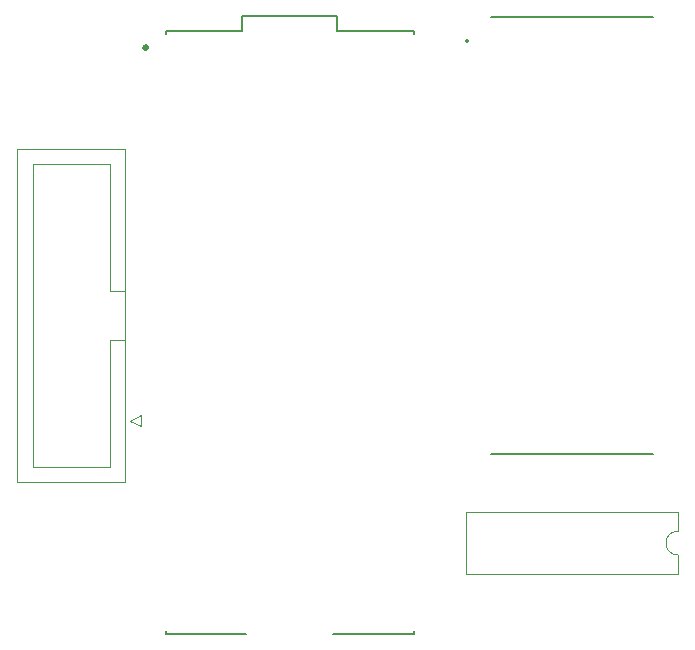
<source format=gto>
G04 #@! TF.GenerationSoftware,KiCad,Pcbnew,8.0.0*
G04 #@! TF.CreationDate,2024-03-16T14:29:00-05:00*
G04 #@! TF.ProjectId,SensorModuleBase,53656e73-6f72-44d6-9f64-756c65426173,rev?*
G04 #@! TF.SameCoordinates,Original*
G04 #@! TF.FileFunction,Legend,Top*
G04 #@! TF.FilePolarity,Positive*
%FSLAX46Y46*%
G04 Gerber Fmt 4.6, Leading zero omitted, Abs format (unit mm)*
G04 Created by KiCad (PCBNEW 8.0.0) date 2024-03-16 14:29:00*
%MOMM*%
%LPD*%
G01*
G04 APERTURE LIST*
%ADD10C,0.120000*%
%ADD11C,0.127000*%
%ADD12C,0.200000*%
%ADD13C,0.300000*%
G04 APERTURE END LIST*
D10*
G04 #@! TO.C,U2*
X137455000Y-78360000D02*
X119555000Y-78360000D01*
X119555000Y-78360000D02*
X119555000Y-83660000D01*
X137455000Y-80010000D02*
X137455000Y-78360000D01*
X137455000Y-83660000D02*
X137455000Y-82010000D01*
X119555000Y-83660000D02*
X137455000Y-83660000D01*
X137455000Y-82010000D02*
G75*
G02*
X137455000Y-80010000I0J1000000D01*
G01*
D11*
G04 #@! TO.C,U1*
X121642000Y-73510000D02*
X135358000Y-73510000D01*
X121642000Y-36490000D02*
X135358000Y-36490000D01*
D12*
X119711250Y-38490000D02*
G75*
G02*
X119511250Y-38490000I-100000J0D01*
G01*
X119511250Y-38490000D02*
G75*
G02*
X119711250Y-38490000I100000J0D01*
G01*
D10*
G04 #@! TO.C,J1*
X92042500Y-71137500D02*
X92042500Y-70137500D01*
X92042500Y-70137500D02*
X91042500Y-70637500D01*
X91042500Y-70637500D02*
X92042500Y-71137500D01*
X90652500Y-75847500D02*
X81532500Y-75847500D01*
X90652500Y-63797500D02*
X89342500Y-63797500D01*
X90652500Y-47647500D02*
X90652500Y-75847500D01*
X89342500Y-74547500D02*
X82842500Y-74547500D01*
X89342500Y-63797500D02*
X89342500Y-74547500D01*
X89342500Y-59697500D02*
X90652500Y-59697500D01*
X89342500Y-59697500D02*
X89342500Y-59697500D01*
X89342500Y-48947500D02*
X89342500Y-59697500D01*
X82842500Y-74547500D02*
X82842500Y-48947500D01*
X82842500Y-48947500D02*
X89342500Y-48947500D01*
X81532500Y-75847500D02*
X81532500Y-47647500D01*
X81532500Y-47647500D02*
X90652500Y-47647500D01*
D11*
G04 #@! TO.C,A1*
X115100000Y-88690000D02*
X115100000Y-88440000D01*
X100600000Y-36390000D02*
X108600000Y-36390000D01*
X100940000Y-88690000D02*
X94100000Y-88690000D01*
X108600000Y-36390000D02*
X108600000Y-37690000D01*
X94100000Y-88690000D02*
X94100000Y-88440000D01*
X94100000Y-37690000D02*
X100600000Y-37690000D01*
X108600000Y-37690000D02*
X115100000Y-37690000D01*
X115100000Y-88690000D02*
X108260000Y-88690000D01*
X94100000Y-37940000D02*
X94100000Y-37690000D01*
X100600000Y-37690000D02*
X100600000Y-36390000D01*
X115100000Y-37690000D02*
X115100000Y-37940000D01*
D13*
X92560000Y-39060000D02*
G75*
G02*
X92260000Y-39060000I-150000J0D01*
G01*
X92260000Y-39060000D02*
G75*
G02*
X92560000Y-39060000I150000J0D01*
G01*
G04 #@! TD*
M02*

</source>
